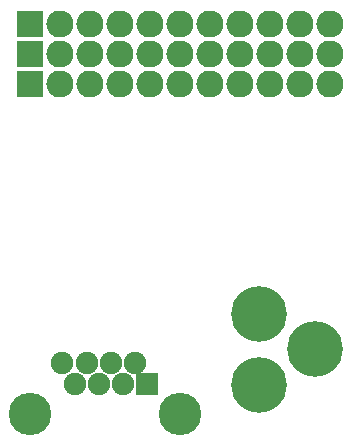
<source format=gbs>
G04 #@! TF.FileFunction,Soldermask,Bot*
%FSLAX46Y46*%
G04 Gerber Fmt 4.6, Leading zero omitted, Abs format (unit mm)*
G04 Created by KiCad (PCBNEW 4.0.7) date Thursday, May 03, 2018 'PMt' 09:52:22 PM*
%MOMM*%
%LPD*%
G01*
G04 APERTURE LIST*
%ADD10C,0.100000*%
%ADD11R,2.300000X2.300000*%
%ADD12O,2.300000X2.300000*%
%ADD13C,4.718000*%
%ADD14C,3.600000*%
%ADD15R,1.900000X1.900000*%
%ADD16C,1.900000*%
G04 APERTURE END LIST*
D10*
D11*
X181610000Y-80010000D03*
D12*
X184150000Y-80010000D03*
X186690000Y-80010000D03*
X189230000Y-80010000D03*
X191770000Y-80010000D03*
X194310000Y-80010000D03*
X196850000Y-80010000D03*
X199390000Y-80010000D03*
X201930000Y-80010000D03*
X204470000Y-80010000D03*
X207010000Y-80010000D03*
D11*
X181610000Y-77470000D03*
D12*
X184150000Y-77470000D03*
X186690000Y-77470000D03*
X189230000Y-77470000D03*
X191770000Y-77470000D03*
X194310000Y-77470000D03*
X196850000Y-77470000D03*
X199390000Y-77470000D03*
X201930000Y-77470000D03*
X204470000Y-77470000D03*
X207010000Y-77470000D03*
D11*
X181610000Y-74930000D03*
D12*
X184150000Y-74930000D03*
X186690000Y-74930000D03*
X189230000Y-74930000D03*
X191770000Y-74930000D03*
X194310000Y-74930000D03*
X196850000Y-74930000D03*
X199390000Y-74930000D03*
X201930000Y-74930000D03*
X204470000Y-74930000D03*
X207010000Y-74930000D03*
D13*
X201041000Y-105458260D03*
X205740000Y-102458520D03*
X201041000Y-99458780D03*
D14*
X181610000Y-107950000D03*
D15*
X191530000Y-105410000D03*
D16*
X190510000Y-103630000D03*
X189490000Y-105410000D03*
X188470000Y-103630000D03*
X187450000Y-105410000D03*
X186430000Y-103630000D03*
X185410000Y-105410000D03*
X184390000Y-103630000D03*
D14*
X194310000Y-107950000D03*
M02*

</source>
